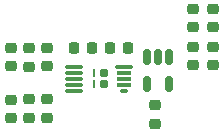
<source format=gtp>
%TF.GenerationSoftware,KiCad,Pcbnew,(6.0.10)*%
%TF.CreationDate,2023-12-30T01:12:33+11:00*%
%TF.ProjectId,1-Chip,312d4368-6970-42e6-9b69-6361645f7063,3.2*%
%TF.SameCoordinates,Original*%
%TF.FileFunction,Paste,Top*%
%TF.FilePolarity,Positive*%
%FSLAX46Y46*%
G04 Gerber Fmt 4.6, Leading zero omitted, Abs format (unit mm)*
G04 Created by KiCad (PCBNEW (6.0.10)) date 2023-12-30 01:12:33*
%MOMM*%
%LPD*%
G01*
G04 APERTURE LIST*
G04 Aperture macros list*
%AMRoundRect*
0 Rectangle with rounded corners*
0 $1 Rounding radius*
0 $2 $3 $4 $5 $6 $7 $8 $9 X,Y pos of 4 corners*
0 Add a 4 corners polygon primitive as box body*
4,1,4,$2,$3,$4,$5,$6,$7,$8,$9,$2,$3,0*
0 Add four circle primitives for the rounded corners*
1,1,$1+$1,$2,$3*
1,1,$1+$1,$4,$5*
1,1,$1+$1,$6,$7*
1,1,$1+$1,$8,$9*
0 Add four rect primitives between the rounded corners*
20,1,$1+$1,$2,$3,$4,$5,0*
20,1,$1+$1,$4,$5,$6,$7,0*
20,1,$1+$1,$6,$7,$8,$9,0*
20,1,$1+$1,$8,$9,$2,$3,0*%
G04 Aperture macros list end*
%ADD10RoundRect,0.225000X-0.250000X0.225000X-0.250000X-0.225000X0.250000X-0.225000X0.250000X0.225000X0*%
%ADD11RoundRect,0.150000X-0.150000X0.512500X-0.150000X-0.512500X0.150000X-0.512500X0.150000X0.512500X0*%
%ADD12RoundRect,0.225000X0.225000X0.250000X-0.225000X0.250000X-0.225000X-0.250000X0.225000X-0.250000X0*%
%ADD13RoundRect,0.225000X-0.225000X-0.250000X0.225000X-0.250000X0.225000X0.250000X-0.225000X0.250000X0*%
%ADD14RoundRect,0.170000X-0.170000X-0.210000X0.170000X-0.210000X0.170000X0.210000X-0.170000X0.210000X0*%
%ADD15RoundRect,0.062500X-0.062500X-0.317500X0.062500X-0.317500X0.062500X0.317500X-0.062500X0.317500X0*%
%ADD16RoundRect,0.075000X-0.650000X-0.075000X0.650000X-0.075000X0.650000X0.075000X-0.650000X0.075000X0*%
%ADD17RoundRect,0.075000X-0.550000X-0.075000X0.550000X-0.075000X0.550000X0.075000X-0.550000X0.075000X0*%
%ADD18RoundRect,0.075000X-0.225000X-0.075000X0.225000X-0.075000X0.225000X0.075000X-0.225000X0.075000X0*%
G04 APERTURE END LIST*
D10*
X152250000Y-100975000D03*
X152250000Y-102525000D03*
X152250000Y-97725000D03*
X152250000Y-99275000D03*
X150550000Y-100975000D03*
X150550000Y-102525000D03*
X150550000Y-97725000D03*
X150550000Y-99275000D03*
X136652000Y-105397000D03*
X136652000Y-106947000D03*
X138176000Y-101066000D03*
X138176000Y-102616000D03*
X136652000Y-101079000D03*
X136652000Y-102629000D03*
X147320000Y-107455000D03*
X147320000Y-105905000D03*
X135128000Y-101066000D03*
X135128000Y-102616000D03*
D11*
X147574000Y-101854000D03*
X148524000Y-101854000D03*
X148524000Y-104129000D03*
X146624000Y-101854000D03*
X146624000Y-104129000D03*
D12*
X145047000Y-101092000D03*
X143497000Y-101092000D03*
D10*
X135128000Y-105423000D03*
X135128000Y-106973000D03*
D13*
X140435000Y-101100000D03*
X141985000Y-101100000D03*
D10*
X138176000Y-105410000D03*
X138176000Y-106960000D03*
D14*
X143002000Y-103200000D03*
D15*
X142162000Y-103200000D03*
X142162000Y-104140000D03*
D14*
X143002000Y-104140000D03*
D16*
X140432000Y-102670000D03*
X140432000Y-103170000D03*
X140432000Y-103670000D03*
X140432000Y-104170000D03*
D17*
X144732000Y-104170000D03*
X144732000Y-103670000D03*
X144732000Y-103170000D03*
D18*
X144732000Y-104670000D03*
D16*
X144732000Y-102670000D03*
X140432000Y-104670000D03*
M02*

</source>
